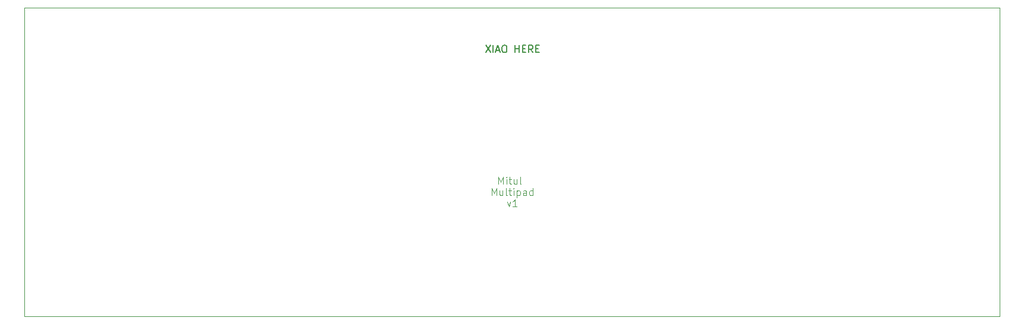
<source format=gm1>
G04 #@! TF.GenerationSoftware,KiCad,Pcbnew,9.0.2*
G04 #@! TF.CreationDate,2025-11-24T09:54:34-06:00*
G04 #@! TF.ProjectId,Keypad,4b657970-6164-42e6-9b69-6361645f7063,rev?*
G04 #@! TF.SameCoordinates,Original*
G04 #@! TF.FileFunction,Profile,NP*
%FSLAX46Y46*%
G04 Gerber Fmt 4.6, Leading zero omitted, Abs format (unit mm)*
G04 Created by KiCad (PCBNEW 9.0.2) date 2025-11-24 09:54:34*
%MOMM*%
%LPD*%
G01*
G04 APERTURE LIST*
G04 #@! TA.AperFunction,Profile*
%ADD10C,0.050000*%
G04 #@! TD*
%ADD11C,0.125000*%
%ADD12C,0.150000*%
G04 APERTURE END LIST*
D10*
X73500000Y-68100000D02*
X212500000Y-68100000D01*
X212500000Y-112100000D01*
X73500000Y-112100000D01*
X73500000Y-68100000D01*
D11*
X141047619Y-93251231D02*
X141047619Y-92251231D01*
X141047619Y-92251231D02*
X141380952Y-92965516D01*
X141380952Y-92965516D02*
X141714285Y-92251231D01*
X141714285Y-92251231D02*
X141714285Y-93251231D01*
X142190476Y-93251231D02*
X142190476Y-92584564D01*
X142190476Y-92251231D02*
X142142857Y-92298850D01*
X142142857Y-92298850D02*
X142190476Y-92346469D01*
X142190476Y-92346469D02*
X142238095Y-92298850D01*
X142238095Y-92298850D02*
X142190476Y-92251231D01*
X142190476Y-92251231D02*
X142190476Y-92346469D01*
X142523809Y-92584564D02*
X142904761Y-92584564D01*
X142666666Y-92251231D02*
X142666666Y-93108373D01*
X142666666Y-93108373D02*
X142714285Y-93203612D01*
X142714285Y-93203612D02*
X142809523Y-93251231D01*
X142809523Y-93251231D02*
X142904761Y-93251231D01*
X143666666Y-92584564D02*
X143666666Y-93251231D01*
X143238095Y-92584564D02*
X143238095Y-93108373D01*
X143238095Y-93108373D02*
X143285714Y-93203612D01*
X143285714Y-93203612D02*
X143380952Y-93251231D01*
X143380952Y-93251231D02*
X143523809Y-93251231D01*
X143523809Y-93251231D02*
X143619047Y-93203612D01*
X143619047Y-93203612D02*
X143666666Y-93155992D01*
X144285714Y-93251231D02*
X144190476Y-93203612D01*
X144190476Y-93203612D02*
X144142857Y-93108373D01*
X144142857Y-93108373D02*
X144142857Y-92251231D01*
X140071428Y-94861175D02*
X140071428Y-93861175D01*
X140071428Y-93861175D02*
X140404761Y-94575460D01*
X140404761Y-94575460D02*
X140738094Y-93861175D01*
X140738094Y-93861175D02*
X140738094Y-94861175D01*
X141642856Y-94194508D02*
X141642856Y-94861175D01*
X141214285Y-94194508D02*
X141214285Y-94718317D01*
X141214285Y-94718317D02*
X141261904Y-94813556D01*
X141261904Y-94813556D02*
X141357142Y-94861175D01*
X141357142Y-94861175D02*
X141499999Y-94861175D01*
X141499999Y-94861175D02*
X141595237Y-94813556D01*
X141595237Y-94813556D02*
X141642856Y-94765936D01*
X142261904Y-94861175D02*
X142166666Y-94813556D01*
X142166666Y-94813556D02*
X142119047Y-94718317D01*
X142119047Y-94718317D02*
X142119047Y-93861175D01*
X142500000Y-94194508D02*
X142880952Y-94194508D01*
X142642857Y-93861175D02*
X142642857Y-94718317D01*
X142642857Y-94718317D02*
X142690476Y-94813556D01*
X142690476Y-94813556D02*
X142785714Y-94861175D01*
X142785714Y-94861175D02*
X142880952Y-94861175D01*
X143214286Y-94861175D02*
X143214286Y-94194508D01*
X143214286Y-93861175D02*
X143166667Y-93908794D01*
X143166667Y-93908794D02*
X143214286Y-93956413D01*
X143214286Y-93956413D02*
X143261905Y-93908794D01*
X143261905Y-93908794D02*
X143214286Y-93861175D01*
X143214286Y-93861175D02*
X143214286Y-93956413D01*
X143690476Y-94194508D02*
X143690476Y-95194508D01*
X143690476Y-94242127D02*
X143785714Y-94194508D01*
X143785714Y-94194508D02*
X143976190Y-94194508D01*
X143976190Y-94194508D02*
X144071428Y-94242127D01*
X144071428Y-94242127D02*
X144119047Y-94289746D01*
X144119047Y-94289746D02*
X144166666Y-94384984D01*
X144166666Y-94384984D02*
X144166666Y-94670698D01*
X144166666Y-94670698D02*
X144119047Y-94765936D01*
X144119047Y-94765936D02*
X144071428Y-94813556D01*
X144071428Y-94813556D02*
X143976190Y-94861175D01*
X143976190Y-94861175D02*
X143785714Y-94861175D01*
X143785714Y-94861175D02*
X143690476Y-94813556D01*
X145023809Y-94861175D02*
X145023809Y-94337365D01*
X145023809Y-94337365D02*
X144976190Y-94242127D01*
X144976190Y-94242127D02*
X144880952Y-94194508D01*
X144880952Y-94194508D02*
X144690476Y-94194508D01*
X144690476Y-94194508D02*
X144595238Y-94242127D01*
X145023809Y-94813556D02*
X144928571Y-94861175D01*
X144928571Y-94861175D02*
X144690476Y-94861175D01*
X144690476Y-94861175D02*
X144595238Y-94813556D01*
X144595238Y-94813556D02*
X144547619Y-94718317D01*
X144547619Y-94718317D02*
X144547619Y-94623079D01*
X144547619Y-94623079D02*
X144595238Y-94527841D01*
X144595238Y-94527841D02*
X144690476Y-94480222D01*
X144690476Y-94480222D02*
X144928571Y-94480222D01*
X144928571Y-94480222D02*
X145023809Y-94432603D01*
X145928571Y-94861175D02*
X145928571Y-93861175D01*
X145928571Y-94813556D02*
X145833333Y-94861175D01*
X145833333Y-94861175D02*
X145642857Y-94861175D01*
X145642857Y-94861175D02*
X145547619Y-94813556D01*
X145547619Y-94813556D02*
X145500000Y-94765936D01*
X145500000Y-94765936D02*
X145452381Y-94670698D01*
X145452381Y-94670698D02*
X145452381Y-94384984D01*
X145452381Y-94384984D02*
X145500000Y-94289746D01*
X145500000Y-94289746D02*
X145547619Y-94242127D01*
X145547619Y-94242127D02*
X145642857Y-94194508D01*
X145642857Y-94194508D02*
X145833333Y-94194508D01*
X145833333Y-94194508D02*
X145928571Y-94242127D01*
X142285714Y-95804452D02*
X142523809Y-96471119D01*
X142523809Y-96471119D02*
X142761904Y-95804452D01*
X143666666Y-96471119D02*
X143095238Y-96471119D01*
X143380952Y-96471119D02*
X143380952Y-95471119D01*
X143380952Y-95471119D02*
X143285714Y-95613976D01*
X143285714Y-95613976D02*
X143190476Y-95709214D01*
X143190476Y-95709214D02*
X143095238Y-95756833D01*
D12*
X139241541Y-73469819D02*
X139908207Y-74469819D01*
X139908207Y-73469819D02*
X139241541Y-74469819D01*
X140289160Y-74469819D02*
X140289160Y-73469819D01*
X140717731Y-74184104D02*
X141193921Y-74184104D01*
X140622493Y-74469819D02*
X140955826Y-73469819D01*
X140955826Y-73469819D02*
X141289159Y-74469819D01*
X141812969Y-73469819D02*
X142003445Y-73469819D01*
X142003445Y-73469819D02*
X142098683Y-73517438D01*
X142098683Y-73517438D02*
X142193921Y-73612676D01*
X142193921Y-73612676D02*
X142241540Y-73803152D01*
X142241540Y-73803152D02*
X142241540Y-74136485D01*
X142241540Y-74136485D02*
X142193921Y-74326961D01*
X142193921Y-74326961D02*
X142098683Y-74422200D01*
X142098683Y-74422200D02*
X142003445Y-74469819D01*
X142003445Y-74469819D02*
X141812969Y-74469819D01*
X141812969Y-74469819D02*
X141717731Y-74422200D01*
X141717731Y-74422200D02*
X141622493Y-74326961D01*
X141622493Y-74326961D02*
X141574874Y-74136485D01*
X141574874Y-74136485D02*
X141574874Y-73803152D01*
X141574874Y-73803152D02*
X141622493Y-73612676D01*
X141622493Y-73612676D02*
X141717731Y-73517438D01*
X141717731Y-73517438D02*
X141812969Y-73469819D01*
X143432017Y-74469819D02*
X143432017Y-73469819D01*
X143432017Y-73946009D02*
X144003445Y-73946009D01*
X144003445Y-74469819D02*
X144003445Y-73469819D01*
X144479636Y-73946009D02*
X144812969Y-73946009D01*
X144955826Y-74469819D02*
X144479636Y-74469819D01*
X144479636Y-74469819D02*
X144479636Y-73469819D01*
X144479636Y-73469819D02*
X144955826Y-73469819D01*
X145955826Y-74469819D02*
X145622493Y-73993628D01*
X145384398Y-74469819D02*
X145384398Y-73469819D01*
X145384398Y-73469819D02*
X145765350Y-73469819D01*
X145765350Y-73469819D02*
X145860588Y-73517438D01*
X145860588Y-73517438D02*
X145908207Y-73565057D01*
X145908207Y-73565057D02*
X145955826Y-73660295D01*
X145955826Y-73660295D02*
X145955826Y-73803152D01*
X145955826Y-73803152D02*
X145908207Y-73898390D01*
X145908207Y-73898390D02*
X145860588Y-73946009D01*
X145860588Y-73946009D02*
X145765350Y-73993628D01*
X145765350Y-73993628D02*
X145384398Y-73993628D01*
X146384398Y-73946009D02*
X146717731Y-73946009D01*
X146860588Y-74469819D02*
X146384398Y-74469819D01*
X146384398Y-74469819D02*
X146384398Y-73469819D01*
X146384398Y-73469819D02*
X146860588Y-73469819D01*
M02*

</source>
